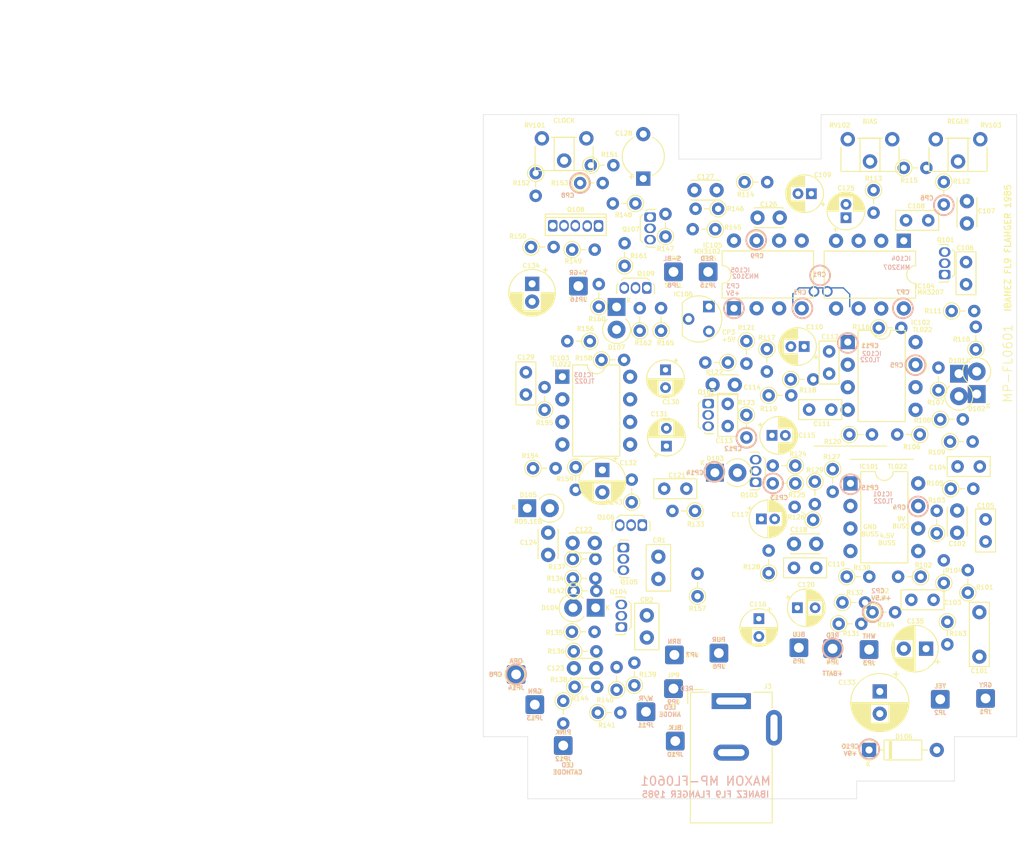
<source format=kicad_pcb>
(kicad_pcb (version 20211014) (generator pcbnew)
  (title_block (title "Ibanez_FL-9_Flanger_Pedal MP-FL0601") (date "2022-11-26") (rev "v02") (company "Cedar Grove Studios") (comment 1 "MP-FL0601"))
  (layers (0 "F.Cu" signal) (31 "B.Cu" signal) (34 "B.Paste" user) (35 "F.Paste" user) (36 "B.SilkS" user "B.Silkscreen") (37 "F.SilkS" user "F.Silkscreen") (38 "B.Mask" user) (39 "F.Mask" user) (44 "Edge.Cuts" user))
  (net 0 "")
  (net 1 "Net-(C101-Pad1)")
  (net 2 "Net-(C101-Pad2)")
  (net 3 "Net-(C102-Pad1)")
  (net 4 "/CP4")
  (net 5 "Net-(C103-Pad1)")
  (net 6 "Net-(C103-Pad2)")
  (net 7 "Net-(C104-Pad1)")
  (net 8 "Net-(C104-Pad2)")
  (net 9 "/4.5v")
  (net 10 "Net-(C105-Pad2)")
  (net 11 "Net-(C106-Pad1)")
  (net 12 "/CP6")
  (net 13 "GND")
  (net 14 "Net-(C107-Pad2)")
  (net 15 "Net-(C108-Pad2)")
  (net 16 "Net-(C109-Pad1)")
  (net 17 "/CP7")
  (net 18 "Net-(C111-Pad2)")
  (net 19 "Net-(C112-Pad1)")
  (net 20 "/CP11")
  (net 21 "Net-(C113-Pad1)")
  (net 22 "/CP12")
  (net 23 "Net-(C114-Pad2)")
  (net 24 "Net-(C115-Pad2)")
  (net 25 "/CP13")
  (net 26 "Net-(C116-Pad2)")
  (net 27 "Net-(C117-Pad2)")
  (net 28 "Net-(C118-Pad1)")
  (net 29 "/CP15")
  (net 30 "Net-(C119-Pad1)")
  (net 31 "Net-(C110-Pad2)")
  (net 32 "Net-(C122-Pad1)")
  (net 33 "Net-(C122-Pad2)")
  (net 34 "Net-(C125-Pad1)")
  (net 35 "Net-(C126-Pad1)")
  (net 36 "/CP9")
  (net 37 "Net-(C127-Pad2)")
  (net 38 "Net-(C129-Pad1)")
  (net 39 "Net-(C129-Pad2)")
  (net 40 "Net-(C130-Pad1)")
  (net 41 "Net-(C131-Pad1)")
  (net 42 "Net-(C132-Pad1)")
  (net 43 "+9V")
  (net 44 "+5V")
  (net 45 "Net-(C128-Pad1)")
  (net 46 "Net-(CR1-Pad2)")
  (net 47 "Net-(D1-Pad1)")
  (net 48 "Net-(D1-Pad2)")
  (net 49 "/CP5")
  (net 50 "Net-(D101-Pad2)")
  (net 51 "Net-(D103-Pad2)")
  (net 52 "Net-(D104-Pad1)")
  (net 53 "Net-(D104-Pad2)")
  (net 54 "Net-(D105-Pad1)")
  (net 55 "Net-(D105-Pad2)")
  (net 56 "Net-(D107-Pad1)")
  (net 57 "Net-(J3-Pad3)")
  (net 58 "Net-(JP1-Pad1)")
  (net 59 "Net-(JP3-Pad1)")
  (net 60 "Net-(JP6-Pad1)")
  (net 61 "Net-(JP7-Pad1)")
  (net 62 "Net-(JP8-Pad1)")
  (net 63 "Net-(JP10-Pad1)")
  (net 64 "Net-(JP11-Pad1)")
  (net 65 "Net-(JP13-Pad1)")
  (net 66 "Net-(JP14-Pad1)")
  (net 67 "Net-(JP15-Pad1)")
  (net 68 "Net-(JP16-Pad1)")
  (net 69 "Net-(CR2-Pad1)")
  (net 70 "Net-(Q107-Pad2)")
  (net 71 "Net-(JP8-Pad2)")
  (net 72 "Net-(C120-Pad2)")
  (net 73 "Net-(R106-Pad1)")
  (net 74 "Net-(R109-Pad2)")
  (net 75 "Net-(R114-Pad2)")
  (net 76 "Net-(R138-Pad1)")
  (net 77 "Net-(R151-Pad1)")
  (net 78 "Net-(R152-Pad1)")
  (net 79 "/CP8")
  (net 80 "Net-(JP7-Pad2)")
  (net 81 "Net-(JP16-Pad2)")
  (net 82 "Net-(IC104-Pad2)")
  (net 83 "/CP1")
  (net 85 "Net-(BT1-Pad1)")
  (net 86 "Net-(J1-PadT)")
  (net 87 "Net-(R115-Pad1)")
  (net 88 "Net-(R120-Pad1)")
  (net 89 "Net-(R101-Pad2)")
  (net 90 "Net-(R130-Pad1)")
  (net 91 "/CP14")
  (net 92 "Net-(R155-Pad1)")
  (net 93 "Net-(Q106-Pad2)")
  (net 94 "Net-(Q108-Pad1)")
  (net 95 "Net-(Q108-Pad4)")
  (net 96 "Net-(C123-Pad2)")
  (net 97 "Net-(Q106-Pad1)")
  (net 98 "Net-(C130-Pad2)")
  (footprint "Connector_Wire:SolderWire-0.5sqmm_1x01_D0.9mm_OD2.1mm" (layer "F.Cu") (at 219.3 100.1)
    (fp_text reference "JP4")
    (fp_text value "RED")
  )
  (footprint "Capacitor_THT:C_Disc_D3.0mm_W2.0mm_P2.50mm" (layer "F.Cu") (at 213.35 51.6 180)
    (fp_text reference "C126")
    (fp_text value "20pf CER")
  )
  (footprint "Resistor_THT:R_Axial_DIN0204_L3.6mm_D1.6mm_P2.54mm_Vertical" (layer "F.Cu") (at 190.18 93.6)
    (fp_text reference "R142")
    (fp_text value "100")
  )
  (footprint "Connector_Wire:SolderWire-0.5sqmm_1x01_D0.9mm_OD2.1mm" (layer "F.Cu") (at 198.3 107.2)
    (fp_text reference "JP11")
    (fp_text value "W/R")
  )
  (footprint "Capacitor_THT:C_Disc_D3.0mm_W2.0mm_P2.50mm" (layer "F.Cu") (at 214.95 88.3)
    (fp_text reference "C118")
    (fp_text value "100pf CER")
  )
  (footprint "Capacitor_THT:C_Disc_D3.0mm_W2.0mm_P2.50mm" (layer "F.Cu") (at 234.4 52.25 90)
    (fp_text reference "C107")
    (fp_text value "120pf CER")
  )
  (footprint "Diode_THT:D_T-1_P2.54mm_Vertical_KathodeUp" (layer "F.Cu") (at 195 61.65233 -90)
    (fp_text reference "D107")
    (fp_text value "1N4148")
  )
  (footprint "Capacitor_THT:CP_Radial_D4.0mm_P1.50mm" (layer "F.Cu") (at 211.277401 85.5)
    (fp_text reference "C117")
    (fp_text value "1uf/50" hide)
  )
  (footprint "Capacitor_THT:C_Disc_D5.0mm_W2.5mm_P2.50mm" (layer "F.Cu") (at 199.7 89.75 -90)
    (fp_text reference "CR1")
    (fp_text value "CR_N01")
  )
  (footprint "Diode_THT:D_T-1_P2.54mm_Vertical_KathodeUp" (layer "F.Cu") (at 184.95233 84.3)
    (fp_text reference "D105")
    (fp_text value "RD5.1EB")
  )
  (footprint "Resistor_THT:R_Axial_DIN0204_L3.6mm_D1.6mm_P2.54mm_Vertical" (layer "F.Cu") (at 209.4 47.6)
    (fp_text reference "R114")
    (fp_text value "5.1K")
  )
  (footprint "Resistor_THT:R_Axial_DIN0204_L3.6mm_D1.6mm_P2.54mm_Vertical" (layer "F.Cu") (at 224.48 64)
    (fp_text reference "R116")
    (fp_text value "56K")
  )
  (footprint "Resistor_THT:R_Axial_DIN0204_L3.6mm_D1.6mm_P2.54mm_Vertical" (layer "F.Cu") (at 197.6 64.32 90)
    (fp_text reference "R162")
    (fp_text value "270K")
  )
  (footprint "Capacitor_THT:CP_Radial_D4.0mm_P1.50mm" (layer "F.Cu") (at 212.477401 76.1)
    (fp_text reference "C115")
    (fp_text value "1uf/50" hide)
  )
  (footprint "Resistor_THT:R_Axial_DIN0204_L3.6mm_D1.6mm_P2.54mm_Vertical" (layer "F.Cu") (at 220.4 94.9)
    (fp_text reference "R132")
    (fp_text value "100K")
  )
  (footprint "Capacitor_THT:C_Rect_L7.0mm_W2.0mm_P5.00mm" (layer "F.Cu") (at 235.8 101 90)
    (fp_text reference "C101")
    (fp_text value "0.047uf FILM")
  )
  (footprint "Diode_THT:D_T-1_P2.54mm_Vertical_KathodeUp" (layer "F.Cu") (at 235.5 71.44767 90)
    (fp_text reference "D102")
    (fp_text value "1N4148")
  )
  (footprint "Connector_Wire:SolderWire-0.5sqmm_1x01_D0.9mm_OD2.1mm" (layer "F.Cu") (at 215.5 100)
    (fp_text reference "JP5")
    (fp_text value "BLU")
  )
  (footprint "Resistor_THT:R_Axial_DIN0204_L3.6mm_D1.6mm_P2.54mm_Vertical" (layer "F.Cu") (at 220.88 92)
    (fp_text reference "R130")
    (fp_text value "10K")
  )
  (footprint "Capacitor_THT:CP_Radial_Tantal_D4.5mm_P5.00mm" (layer "F.Cu") (at 198 47.2 90)
    (fp_text reference "C128")
    (fp_text value "22uf/10v TAN" hide)
  )
  (footprint "Capacitor_THT:C_Disc_D3.0mm_W2.0mm_P2.50mm" (layer "F.Cu") (at 208.3 70.4 180)
    (fp_text reference "C114")
    (fp_text value "560pf CER")
  )
  (footprint "Resistor_THT:R_Axial_DIN0204_L3.6mm_D1.6mm_P2.54mm_Vertical" (layer "F.Cu") (at 212.1 71.6)
    (fp_text reference "R119")
    (fp_text value "18K")
  )
  (footprint "Capacitor_THT:CP_Radial_D4.0mm_P2.00mm" (layer "F.Cu") (at 200.5 68.727401 -90)
    (fp_text reference "C130")
    (fp_text value "47uf/10v")
  )
  (footprint "Resistor_THT:R_Axial_DIN0204_L3.6mm_D1.6mm_P2.54mm_Vertical" (layer "F.Cu") (at 209.6 65.48 -90)
    (fp_text reference "R121")
    (fp_text value "13K")
  )
  (footprint "Resistor_THT:R_Axial_DIN0204_L3.6mm_D1.6mm_P2.54mm_Vertical" (layer "F.Cu") (at 190 55.2)
    (fp_text reference "R149")
    (fp_text value "9.1K")
  )
  (footprint "Resistor_THT:R_Axial_DIN0204_L3.6mm_D1.6mm_P2.54mm_Vertical" (layer "F.Cu") (at 190.9 47.7)
    (fp_text reference "R153")
    (fp_text value "200K")
  )
  (footprint "Resistor_THT:R_Axial_DIN0204_L3.6mm_D1.6mm_P2.54mm_Vertical" (layer "F.Cu") (at 215.1 79.5 180)
    (fp_text reference "R124")
    (fp_text value "100K")
  )
  (footprint "Connector_Wire:SolderWire-0.5sqmm_1x01_D0.9mm_OD2.1mm" (layer "F.Cu") (at 236.5 105.7)
    (fp_text reference "JP1")
    (fp_text value "GRY")
  )
  (footprint "Capacitor_THT:CP_Radial_D4.0mm_P1.50mm" (layer "F.Cu") (at 216.1 66.1 180)
    (fp_text reference "C110")
    (fp_text value "1uf/50" hide)
  )
  (footprint "Package_TO_SOT_THT:TO-92Flat" (layer "F.Cu") (at 198.4 59.5 180)
    (fp_text reference "Q109")
    (fp_text value "2SC2458GR")
  )
  (footprint "Package_TO_SOT_THT:TO-92Flat" (layer "F.Cu") (at 198.765 51.53 -90)
    (fp_text reference "Q107")
    (fp_text value "2SA1048Y/GR" hide)
  )
  (footprint "Connector_Wire:SolderWire-0.5sqmm_1x01_D0.9mm_OD2.1mm" (layer "F.Cu") (at 201.4 104.6)
    (fp_text reference "JP9")
    (fp_text value "RED")
  )
  (footprint "Resistor_THT:R_Axial_DIN0204_L3.6mm_D1.6mm_P2.54mm_Vertical" (layer "F.Cu") (at 196.7 83.62 90)
    (fp_text reference "R143")
    (fp_text value "1M")
  )
  (footprint "Connector_Wire:SolderWire-0.5sqmm_1x01_D0.9mm_OD2.1mm" (layer "F.Cu") (at 185.8 106.4)
    (fp_text reference "JP13")
    (fp_text value "GRN")
  )
  (footprint "Capacitor_THT:C_Rect_L4.6mm_W2.0mm_P2.50mm_MKS02_FKP02" (layer "F.Cu") (at 218.9 69.15 90)
    (fp_text reference "C112")
    (fp_text value "0.001uf FILM")
  )
  (footprint "Resistor_THT:R_Axial_DIN0204_L3.6mm_D1.6mm_P2.54mm_Vertical" (layer "F.Cu") (at 235.4 66.42 90)
    (fp_text reference "R110")
    (fp_text value "12K")
  )
  (footprint "Resistor_THT:R_Axial_DIN0204_L3.6mm_D1.6mm_P2.54mm_Vertical" (layer "F.Cu") (at 190.4 79.68 -90)
    (fp_text reference "R159")
    (fp_text value "10K")
  )
  (footprint "Resistor_THT:R_Axial_DIN0204_L3.6mm_D1.6mm_P2.54mm_Vertical" (layer "F.Cu") (at 219.3 79.9 -90)
    (fp_text reference "R127")
    (fp_text value "91K")
  )
  (footprint "Resistor_THT:R_Axial_DIN0204_L3.6mm_D1.6mm_P2.54mm_Vertical" (layer "F.Cu") (at 234.5 93.8 90)
    (fp_text reference "R101")
    (fp_text value "1K")
  )
  (footprint "Resistor_THT:R_Axial_DIN0204_L3.6mm_D1.6mm_P2.54mm_Vertical" (layer "F.Cu") (at 214.58 69.8)
    (fp_text reference "R118")
    (fp_text value "18K")
  )
  (footprint "Resistor_THT:R_Axial_DIN0204_L3.6mm_D1.6mm_P2.54mm_Vertical" (layer "F.Cu") (at 219.98 97.3)
    (fp_text reference "R131")
    (fp_text value "470")
  )
  (footprint "Capacitor_THT:CP_Radial_D4.0mm_P1.50mm" (layer "F.Cu") (at 216.9 48.9 180)
    (fp_text reference "C109")
    (fp_text value "1uf/50v")
  )
  (footprint "Capacitor_THT:CP_Radial_D5.0mm_P2.50mm" (layer "F.Cu") (at 193.4 79.994888 -90)
    (fp_text reference "C132")
    (fp_text value "47uf/6.3v" hide)
  )
  (footprint "Resistor_THT:R_Axial_DIN0204_L3.6mm_D1.6mm_P2.54mm_Vertical" (layer "F.Cu") (at 232.5 76.8)
    (fp_text reference "R109")
    (fp_text value "47K")
  )
  (footprint "Package_TO_SOT_THT:TO-92Flat" (layer "F.Cu") (at 210.635 81.37 90)
    (fp_text reference "Q103")
    (fp_text value "2SK44SPC" hide)
  )
  (footprint "Capacitor_THT:C_Rect_L4.6mm_W2.0mm_P2.50mm_MKS02_FKP02" (layer "F.Cu") (at 207.5 72.55 -90)
    (fp_text reference "C113")
    (fp_text value "0.003uf FILM")
  )
  (footprint "Resistor_THT:R_Axial_DIN0204_L3.6mm_D1.6mm_P2.54mm_Vertical" (layer "F.Cu") (at 204.1 94.2 90)
    (fp_text reference "R157")
    (fp_text value "1.2K")
  )
  (footprint "Resistor_THT:R_Axial_DIN0204_L3.6mm_D1.6mm_P2.54mm_Vertical" (layer "F.Cu") (at 190.18 100.4)
    (fp_text reference "R136")
    (fp_text value "56K")
  )
  (footprint "Resistor_THT:R_Axial_DIN0204_L3.6mm_D1.6mm_P2.54mm_Vertical" (layer "F.Cu") (at 227.3 46)
    (fp_text reference "R115")
    (fp_text value "5.1K")
  )
  (footprint "Capacitor_THT:C_Disc_D3.0mm_W2.0mm_P2.50mm" (layer "F.Cu") (at 190.2 102.3)
    (fp_text reference "C123")
    (fp_text value "1000pf CER")
  )
  (footprint "Package_DIP:DIP-8_W7.62mm" (layer "F.Cu") (at 221.3 81.5)
    (fp_text reference "IC101")
    (fp_text value "TL022")
  )
  (footprint "Resistor_THT:R_Axial_DIN0204_L3.6mm_D1.6mm_P2.54mm_Vertical" (layer "F.Cu") (at 190.28 104.4)
    (fp_text reference "R138")
    (fp_text value "1M")
  )
  (footprint "Connector_Wire:SolderWire-0.5sqmm_1x01_D0.9mm_OD2.1mm" (layer "F.Cu") (at 205.3 57.7)
    (fp_text reference "JP15")
    (fp_text value "RED")
  )
  (footprint "Capacitor_THT:C_Disc_D3.0mm_W2.0mm_P2.50mm" (layer "F.Cu") (at 206.25 48.5 180)
    (fp_text reference "C127")
    (fp_text value "5pf CER")
  )
  (footprint "Resistor_THT:R_Axial_DIN0204_L3.6mm_D1.6mm_P2.54mm_Vertical" (layer "F.Cu") (at 232.68 62.1)
    (fp_text reference "R111")
    (fp_text value "12K")
  )
  (footprint "Connector_Wire:SolderWire-0.5sqmm_1x01_D0.9mm_OD2.1mm" (layer "F.Cu") (at 201.5 100.8)
    (fp_text reference "JP7")
    (fp_text value "BRN")
  )
  (footprint "Package_TO_SOT_THT:TO-92Flat_5-PIN" (layer "F.Cu") (at 190.407 52.5905)
    (fp_text reference "Q108")
    (fp_text value "2SC1583F")
  )
  (footprint "Capacitor_THT:C_Rect_L4.6mm_W2.0mm_P2.50mm_MKS02_FKP02" (layer "F.Cu") (at 228.15 94.6)
    (fp_text reference "C103")
    (fp_text value "0.022uf FILM")
  )
  (footprint "Capacitor_THT:C_Rect_L4.6mm_W2.0mm_P2.50mm_MKS02_FKP02" (layer "F.Cu") (at 234.3 59.1 90)
    (fp_text reference "C106")
    (fp_text value "0.01uf FILM")
  )
  (footprint "Resistor_THT:R_Axial_DIN0204_L3.6mm_D1.6mm_P2.54mm_Vertical" (layer "F.Cu") (at 231.4 74.3)
    (fp_text reference "R108")
    (fp_text value "10K")
  )
  (footprint "Capacitor_THT:C_Disc_D3.0mm_W2.0mm_P2.50mm" (layer "F.Cu") (at 187.3 87.05 -90)
    (fp_text reference "C124")
    (fp_text value "1000pf CER")
  )
  (footprint "Connector_Wire:SolderWire-0.5sqmm_1x01_D0.9mm_OD2.1mm" (layer "F.Cu") (at 231.4 105.8)
    (fp_text reference "JP2")
    (fp_text value "YEL")
  )
  (footprint "Resistor_THT:R_Axial_DIN0204_L3.6mm_D1.6mm_P2.54mm_Vertical" (layer "F.Cu") (at 192.88 107.3)
    (fp_text reference "R141")
    (fp_text value "22")
  )
  (footprint "Package_TO_SOT_THT:TO-92Flat" (layer "F.Cu") (at 195.765 88.73 -90)
    (fp_text reference "Q105")
    (fp_text value "2SC2458GR")
  )
  (footprint "Resistor_THT:R_Axial_DIN0204_L3.6mm_D1.6mm_P2.54mm_Vertical" (layer "F.Cu") (at 197 104.22 90)
    (fp_text reference "R139")
    (fp_text value "62K")
  )
  (footprint "Resistor_THT:R_Axial_DIN0204_L3.6mm_D1.6mm_P2.54mm_Vertical" (layer "F.Cu") (at 206.1 52.9 180)
    (fp_text reference "R145")
    (fp_text value "330")
  )
  (footprint "Resistor_THT:R_Axial_DIN0204_L3.6mm_D1.6mm_P2.54mm_Vertical" (layer "F.Cu") (at 231.2 71.02 90)
    (fp_text reference "R107")
    (fp_text value "100K")
  )
  (footprint "Package_DIP:DIP-8_W7.62mm" (layer "F.Cu") (at 188.9 69.5)
    (fp_text reference "IC103")
    (fp_text value "TL022")
  )
  (footprint "Capacitor_THT:C_Disc_D3.0mm_W2.0mm_P2.50mm" (layer "F.Cu") (at 233.3 87.05 90)
    (fp_text reference "C102")
    (fp_text value "100pf CER")
  )
  (footprint "Package_DIP:DIP-8_W7.62mm" (layer "F.Cu") (at 208.2 61.8 90)
    (fp_text reference "IC105")
    (fp_text value "MN3102")
  )
  (footprint "Resistor_THT:R_Axial_DIN0204_L3.6mm_D1.6mm_P2.54mm_Vertical" (layer "F.Cu") (at 185.9 46.6 -90)
    (fp_text reference "R152")
    (fp_text value "220K")
  )
  (footprint "Package_DIP:DIP-8_W7.62mm" (layer "F.Cu") (at 227.3 54.2 -90)
    (fp_text reference "IC104")
    (fp_text value "MN3207")
  )
  (footprint "Resistor_THT:R_Axial_DIN0204_L3.6mm_D1.6mm_P2.54mm_Vertical" (layer "F.Cu") (at 231.8 92.7 90)
    (fp_text reference "R104")
    (fp_text value "18K")
  )
  (footprint "Connector_BarrelJack:BarrelJack_Wuerth_6941xx301002" (layer "F.Cu") (at 207.9 106)
    (fp_text reference "J3")
    (fp_text value "EXT_DC")
  )
  (footprint "Capacitor_THT:C_Rect_L4.6mm_W2.0mm_P2.50mm_MKS02_FKP02" (layer "F.Cu") (at 216.65 73.2)
    (fp_text reference "C111")
    (fp_text value "0.0015uf FILM")
  )
  (footprint "Potentiometer_THT:Potentiometer_ACP_CA6-H2,5_Horizontal" (layer "F.Cu") (at 235.9 42.775 -90)
    (fp_text reference "RV103")
    (fp_text value "100K")
  )
  (footprint "Connector_Wire:SolderWire-0.5sqmm_1x01_D0.9mm_OD2.1mm" (layer "F.Cu") (at 189 111)
    (fp_text reference "JP12")
    (fp_text value "PINK")
  )
  (footprint "Connector_Wire:SolderWire-0.5sqmm_1x01_D0.9mm_OD2.1mm" (layer "F.Cu") (at 190.7 59.3)
    (fp_text reference "JP16")
    (fp_text value "Y-GR")
  )
  (footprint "Capacitor_THT:C_Rect_L4.6mm_W2.0mm_P2.50mm_MKS02_FKP02" (layer "F.Cu") (at 200.35 82.1)
    (fp_text reference "C121")
    (fp_text value "0.047uf FILM")
  )
  (footprint "Capacitor_THT:C_Rect_L4.6mm_W2.0mm_P2.50mm_MKS02_FKP02" (layer "F.Cu") (at 236.5 88.05 90)
    (fp_text reference "C105")
    (fp_text value "0.004uf FILM")
  )
  (footprint "Resistor_THT:R_Axial_DIN0204_L3.6mm_D1.6mm_P2.54mm_Vertical" (layer "F.Cu") (at 190.08 92.2)
    (fp_text reference "R134")
    (fp_text value "10K")
  )
  (footprint "Connector_Wire:SolderWire-0.5sqmm_1x01_D0.9mm_OD2.1mm" (layer "F.Cu") (at 223.4 100.2)
    (fp_text reference "JP3")
    (fp_text value "WHT")
  )
  (footprint "Resistor_THT:R_Axial_DIN0204_L3.6mm_D1.6mm_P2.54mm_Vertical" (layer "F.Cu") (at 232.2 97.08 -90)
    (fp_text reference "R163")
    (fp_text value "10K")
  )
  (footprint "Resistor_THT:R_Axial_DIN0204_L3.6mm_D1.6mm_P2.54mm_Vertical" (layer "F.Cu") (at 231 87.12 90)
    (fp_text reference "R103")
    (fp_text value "91K")
  )
  (footprint "Package_TO_SOT_THT:TO-92Flat" (layer "F.Cu") (at 197.9 86.2 180)
    (fp_text reference "Q106")
    (fp_text value "2SC2458GR")
  )
  (footprint "Resistor_THT:R_Axial_DIN0204_L3.6mm_D1.6mm_P2.54mm_Vertical" (layer "F.Cu") (at 231.8 47.58 -90)
    (fp_text reference "R112")
    (fp_text value "10K")
  )
  (footprint "Package_TO_SOT_THT:TO-92Flat" (layer "F.Cu") (at 231.9 58 90)
    (fp_text reference "Q101")
    (fp_text value "2SC2458GR")
  )
  (footprint "Potentiometer_THT:Potentiometer_ACP_CA6-H2,5_Horizontal" (layer "F.Cu") (at 226 42.775 -90)
    (fp_text reference "RV102")
    (fp_text value "10K")
  )
  (footprint "Capacitor_THT:C_Rect_L4.6mm_W2.0mm_P2.50mm_MKS02_FKP02" (layer "F.Cu") (at 184.8 71.5 90)
    (fp_text reference "C129")
    (fp_text value "0.01uf FILM")
  )
  (footprint "Capacitor_THT:CP_Radial_D4.0mm_P2.00mm" (layer "F.Cu") (at 211 96.727401 -90)
    (fp_text reference "C116")
    (fp_text value "0.22uf/50v")
  )
  (footprint "Capacitor_THT:C_Rect_L4.6mm_W2.0mm_P2.50mm_MKS02_FKP02" (layer "F.Cu") (at 214.95 91)
    (fp_text reference "C119")
    (fp_text value "0.004 FILM")
  )
  (footprint "Potentiometer_THT:Potentiometer_ACP_CA6-H2,5_Horizontal" (layer "F.Cu") (at 191.6 42.675 -90)
    (fp_text reference "RV101")
    (fp_text value "20K")
  )
  (footprint "Resistor_THT:R_Axial_DIN0204_L3.6mm_D1.6mm_P2.54mm_Vertical" (layer "F.Cu") (at 215.1 81.5 180)
    (fp_text reference "R125")
    (fp_text value "100K")
  )
  (footprint "Resistor_THT:R_Axial_DIN0204_L3.6mm_D1.6mm_P2.54mm_Vertical" (layer "F.Cu") (at 195 104.72 90)
    (fp_text reference "R140")
    (fp_text value "22K")
  )
  (footprint "Package_DIP:DIP-8_W7.62mm" (layer "F.Cu") (at 221 65.6)
    (fp_text reference "IC102")
    (fp_text value "TL022")
  )
  (footprint "Resistor_THT:R_Axial_DIN0204_L3.6mm_D1.6mm_P2.54mm_Vertical" (layer "F.Cu") (at 221.18 76)
    (fp_text reference "R120")
    (fp_text value "10K")
  )
  (footprint "Diode_THT:D_T-1_P2.54mm_Vertical_KathodeUp" (layer "F.Cu") (at 192.64767 95.5 180)
    (fp_text reference "D104")
    (fp_text value "1N4148")
  )
  (footprint "Capacitor_THT:CP_Radial_D4.0mm_P2.00mm" (layer "F.Cu") (at 215.327401 95.5)
    (fp_text reference "C120")
    (fp_text value "10uf/16v")
  )
  (footprint "Resistor_THT:R_Axial_DIN0204_L3.6mm_D1.6mm_P2.54mm_Vertical" (layer "F.Cu") (at 207.52 67.9 180)
    (fp_text reference "R122")
    (fp_text value "13K")
  )
  (footprint "Connector_Wire:SolderWire-0.5sqmm_1x01_D0.9mm_OD2.1mm" (layer "F.Cu") (at 206.5 100.6)
    (fp_text reference "JP6")
    (fp_text value "PUR")
  )
  (footprint "Resistor_THT:R_Axial_DIN0204_L3.6mm_D1.6mm_P2.54mm_Vertical" (layer "F.Cu") (at 203.82 84.6 180)
    (fp_text reference "R133")
    (fp_text value "1M")
  )
  (footprint "Package_TO_SOT_THT:TO-92Flat" (layer "F.Cu") (at 205.3 72.53 -90)
    (fp_text reference "Q102")
    (fp_text value "2SC2458GR")
  )
  (footprint "Resistor_THT:R_Axial_DIN0204_L3.6mm_D1.6mm_P2.54mm_Vertical" (layer "F.Cu") (at 232.58 82.1)
    (fp_text reference "R105")
    (fp_text value "180K")
  )
  (footprint "Resistor_THT:R_Axial_DIN0204_L3.6mm_D1.6mm_P2.54mm_Vertical" (layer "F.Cu") (at 229.1 76 180)
    (fp_text reference "R106")
    (fp_text value "510K")
  )
  (footprint "Package_TO_SOT_THT:TO-92" (layer "F.Cu") (at 204.24 61.73 -90)
    (fp_text reference "IC106")
    (fp_text value "LM78L05_TO92")
  )
  (footprint "Resistor_THT:R_Axial_DIN0204_L3.6mm_D1.6mm_P2.54mm_Vertical" (layer "F.Cu") (at 195.9 57.02 90)
    (fp_text reference "R161")
    (fp_text value "100K")
  )
  (footprint "Diode_THT:D_DO-35_SOD27_P7.62mm_Horizontal" (layer "F.Cu") (at 223.39 111.5)
    (fp_text reference "D106")
    (fp_text value "W05C")
  )
  (footprint "Capacitor_THT:CP_Radial_D6.3mm_P2.50mm" (layer "F.Cu") (at 224.6 104.917621 -90)
    (fp_text reference "C133")
    (fp_text value "100uf/16v" hide)
  )
  (footprint "Connector_Wire:SolderWire-0.5sqmm_1x01_D0.9mm_OD2.1mm" (layer "F.Cu") (at 201.4 57.7)
    (fp_text reference "JP8")
    (fp_text value "S-BL")
  )
  (footprint "Capacitor_THT:C_Disc_D5.0mm_W2.5mm_P2.50mm" (layer "F.Cu") (at 198.4 96.35 -90)
    (fp_text reference "CR2")
    (fp_text value "CR_N01")
  )
  (footprint "Resistor_THT:R_Axial_DIN0204_L3.6mm_D1.6mm_P2.54mm_Vertical" (layer "F.Cu") (at 217.1 85.6 145)
    (fp_text reference "R126")
    (fp_text value "51K")
  )
  (footprint "Diode_THT:D_T-1_P2.54mm_Vertical_KathodeUp" (layer "F.Cu") (at 233.5 69.15233 -90)
    (fp_text reference "D101")
    (fp_text value "1N4148")
  )
  (footprint "Capacitor_THT:C_Rect_L4.6mm_W2.0mm_P2.50mm_MKS02_FKP02" (layer "F.Cu") (at 230.05 51.9 180)
    (fp_text reference "C108")
    (fp_text value "0.033uf FILM")
  )
  (footprint "CedarGrove_custom:FL-9_PCB_TOP_orig_legend_2" (layer "F.Cu") (at 210.2 78.2)
    (fp_text reference "G***")
    (fp_text value "FL-9_PCB_TOP_orig_legend_2")
  )
  (footprint "Resistor_THT:R_Axial_DIN0204_L3.6mm_D1.6mm_P2.54mm_Vertical" (layer "F.Cu") (at 229.2 92 180)
    (fp_text reference "R102")
    (fp_text value "510K")
  )
  (footprint "Resistor_THT:R_Axial_DIN0204_L3.6mm_D1.6mm_P2.54mm_Vertical" (layer "F.Cu") (at 223.9 48.5 -90)
    (fp_text reference "R113")
    (fp_text value "100K")
  )
  (footprint "Diode_THT:D_T-1_P2.54mm_Vertical_KathodeUp" (layer "F.Cu") (at 206.05233 80.3)
    (fp_text reference "D103")
    (fp_text value "1N4148")
  )
  (footprint "Capacitor_THT:C_Rect_L4.6mm_W2.0mm_P2.50mm_MKS02_FKP02" (layer "F.Cu") (at 235.85 79.6 180)
    (fp_text reference "C104")
    (fp_text value "0.047uf FILM")
  )
  (footprint "Resistor_THT:R_Axial_DIN0204_L3.6mm_D1.6mm_P2.54mm_Vertical" (layer "F.Cu") (at 206.42 50.6 180)
    (fp_text reference "R146")
    (fp_text value "33K")
  )
  (footprint "Connector_Wire:SolderWire-0.5sqmm_1x01_D0.9mm_OD2.1mm" (layer "F.Cu") (at 183.7 103)
    (fp_text reference "JP14")
    (fp_text value "ORA")
  )
  (footprint "Resistor_THT:R_Axial_DIN0204_L3.6mm_D1.6mm_P2.54mm_Vertical" (layer "F.Cu") (at 200 64.32 90)
    (fp_text reference "R165")
    (fp_text value "4.7K")
  )
  (footprint "Resistor_THT:R_Axial_DIN0204_L3.6mm_D1.6mm_P2.54mm_Vertical" (layer "F.Cu") (at 212.1 91.6 90)
    (fp_text reference "R128")
    (fp_text value "18K")
  )
  (footprint "Capacitor_THT:CP_Radial_D4.0mm_P2.00mm" (layer "F.Cu") (at 200.6 77.3 90)
    (fp_text reference "C131")
    (fp_text value "47uf/10v")
  )
  (footprint "Resistor_THT:R_Axial_DIN0204_L3.6mm_D1.6mm_P2.54mm_Vertical" (layer "F.Cu") (at 190.08 90)
    (fp_text reference "R137")
    (fp_text value "56K")
  )
  (footprint "Resistor_THT:R_Axial_DIN0204_L3.6mm_D1.6mm_P2.54mm_Vertical" (layer "F.Cu") (at 193.3 67.6)
    (fp_text reference "R158")
    (fp_text value "10K")
  )
  (footprint "Resistor_THT:R_Axial_DIN0204_L3.6mm_D1.6mm_P2.54mm_Vertical" (layer "F.Cu") (at 192 65.5 180)
    (fp_text reference "R156")
    (fp_text value "51K")
  )
  (footprint "Capacitor_THT:CP_Radial_D4.0mm_P1.50mm" (layer "F.Cu") (at 220.8 51.6 90)
    (fp_text reference "C125")
    (fp_text value "1uf/50v")
  )
  (footprint "Capacitor_THT:CP_Radial_D5.0mm_P2.00mm" (layer "F.Cu") (at 185.5 59.044888 -90)
    (fp_text reference "C134")
    (fp_text value "100uf/10v" hide)
  )
  (footprint "Resistor_THT:R_Axial_DIN0204_L3.6mm_D1.6mm_P2.54mm_Vertical" (layer "F.Cu") (at 189.98 98.2)
    (fp_text reference "R135")
    (fp_text value "10K")
  )
  (footprint "Resistor_THT:R_Axial_DIN0204_L3.6mm_D1.6mm_P2.54mm_Vertical" (layer "F.Cu") (at 185.38 54.9)
    (fp_text reference "R150")
    (fp_text value "2.2M")
  )
  (footprint "Resistor_THT:R_Axial_DIN0204_L3.6mm_D1.6mm_P2.54mm_Vertical" (layer "F.Cu") (at 185.6 79.8)
    (fp_text reference "R154")
    (fp_text value "100K")
  )
  (footprint "Package_TO_SOT_THT:TO-92Flat" (layer "F.Cu") (at 195.535 97.67 90)
    (fp_text reference "Q104")
    (fp_text value "2SC2458GR")
  )
  (footprint "MountingHole:MountingHole_3.2mm_M3" (layer "F.Cu") (at 196 113 180)
    (fp_text reference "REF**" hide)
    (fp_text value "MountingHole_3.2mm_M3")
  )
  (footprint "Resistor_THT:R_Axial_DIN0204_L3.6mm_D1.6mm_P2.54mm_Vertical" (layer "F.Cu") (at 197.12 50 180)
    (fp_text reference "R148")
    (fp_text value "10K")
  )
  (footprint "Resistor_THT:R_Axial_DIN0204_L3.6mm_D1.6mm_P2.54mm_Vertical" (layer "F.Cu") (at 211.9 66.38 -90)
    (fp_text reference "R117")
    (fp_text value "18K")
  )
  (footprint "Resistor_THT:R_Axial_DIN0204_L3.6mm_D1.6mm_P2.54mm_Vertical" (layer "F.Cu") (at 200.5 53.72 90)
    (fp_text reference "R147")
    (fp_text value "27K")
  )
  (footprint "Resistor_THT:R_Axial_DIN0204_L3.6mm_D1.6mm_P2.54mm_Vertical" (layer "F.Cu") (at 189 105.98 -90)
    (fp_text reference "R144")
    (fp_text value "2.2K")
  )
  (footprint "Resistor_THT:R_Axial_DIN0204_L3.6mm_D1.6mm_P2.54mm_Vertical" (layer "F.Cu") (at 223.78 96)
    (fp_text reference "R164")
    (fp_text value "10K")
  )
  (footprint "Capacitor_THT:CP_Radial_D5.0mm_P2.50mm" (layer "F.Cu") (at 229.805113 100.1 180)
    (fp_text reference "C135")
    (fp_text value "47uf/6.3v" hide)
  )
  (footprint "Resistor_THT:R_Axial_DIN0204_L3.6mm_D1.6mm_P2.54mm_Vertical" (layer "F.Cu") (at 193 61.62 90)
    (fp_text reference "R160")
    (fp_text value "110K")
  )
  (footprint "Connector_Wire:SolderWire-0.5sqmm_1x01_D0.9mm_OD2.1mm" (layer "F.Cu") (at 201.6 110.5)
    (fp_text reference "JP10")
    (fp_text value "BLK")
  )
  (footprint "Capacitor_THT:C_Disc_D3.0mm_W2.0mm_P2.50mm" (layer "F.Cu") (at 190.05 88.2)
    (fp_text reference "C122")
    (fp_text value "1000pf CER")
  )
  (footprint "Resistor_THT:R_Axial_DIN0204_L3.6mm_D1.6mm_P2.54mm_Vertical" (layer "F.Cu") (at 192.1 45.7)
    (fp_text reference "R151")
    (fp_text value "150K")
  )
  (footprint "Resistor_THT:R_Axial_DIN0204_L3.6mm_D1.6mm_P2.54mm_Vertical" (layer "F.Cu") (at 186.9 73.22 90)
    (fp_text reference "R155")
    (fp_text value "62K")
  )
  (footprint "Resistor_THT:R_Axial_DIN0204_L3.6mm_D1.6mm_P2.54mm_Vertical" (layer "F.Cu") (at 217.3 81.3 -90)
    (fp_text reference "R129")
    (fp_text value "91K")
  )
  (footprint "Resistor_THT:R_Axial_DIN0204_L3.6mm_D1.6mm_P2.54mm_Vertical" (layer "F.Cu") (at 209.6 73.8 -90)
    (fp_text reference "R123")
    (fp_text value "10K")
  )
  (footprint "CedarGrove_custom:FL-9_PCB_BOT_traces_neg" (layer "B.Cu") (at 210 78.5 180)
    (fp_text reference "G***")
    (fp_text value "FL-9_PCB_BOT_traces_neg" hide)
  )
  (gr_circle (center 221 65.7) (end 222.118034 65.7) (layer "B.SilkS") (width 0.2) (fill none))
  (gr_circle (center 212.6 81.5) (end 213.718034 81.5) (layer "B.SilkS") (width 0.2) (fill none))
  (gr_circle (center 208.2 61.8) (end 207.081967 61.8) (layer "B.SilkS") (width 0.2) (fill none))
  (gr_circle (center 219.3 100.081967) (end 218.181967 100.081967) (layer "B.SilkS") (width 0.2) (fill none))
  (gr_circle (center 210.7 54.1) (end 211.818034 54.1) (layer "B.SilkS") (width 0.2) (fill none))
  (gr_circle (center 223.418033 111.4) (end 222.3 111.4) (layer "B.SilkS") (width 0.2) (fill none))
  (gr_circle (center 205.981966 80.2) (end 207.1 80.2) (layer "B.SilkS") (width 0.2) (fill none))
  (gr_circle (center 223.8 95.981967) (end 222.681967 95.981967) (layer "B.SilkS") (width 0.2) (fill none))
  (gr_circle (center 228.6 68.2) (end 229.718034 68.2) (layer "B.SilkS") (width 0.2) (fill none))
  (gr_circle (center 209.6 76.381966) (end 210.718034 76.381966) (layer "B.SilkS") (width 0.2) (fill none))
  (gr_circle (center 231.8 50.2) (end 230.681967 50.2) (layer "B.SilkS") (width 0.2) (fill none))
  (gr_circle (center 190.881966 47.7) (end 192 47.7) (layer "B.SilkS") (width 0.2) (fill none))
  (gr_circle (center 183.7 102.981966) (end 184.818034 102.981966) (layer "B.SilkS") (width 0.2) (fill none))
  (gr_circle (center 228.9 84.1) (end 230.018034 84.1) (layer "B.SilkS") (width 0.2) (fill none))
  (gr_circle (center 215.9 61.8) (end 217.018034 61.8) (layer "B.SilkS") (width 0.2) (fill none))
  (gr_circle (center 221.3 81.6) (end 222.418034 81.6) (layer "B.SilkS") (width 0.2) (fill none))
  (gr_circle (center 217.881967 58.1) (end 216.763934 58.1) (layer "B.SilkS") (width 0.2) (fill none))
  (gr_circle (center 227.2 61.8) (end 228.318034 61.8) (layer "B.SilkS") (width 0.2) (fill none))
  (gr_circle (center 210.7 54.2) (end 211.818033 54.2) (layer "F.SilkS") (width 0.2) (fill none))
  (gr_circle (center 219.3 100.081967) (end 220.418033 100.081967) (layer "F.SilkS") (width 0.2) (fill none))
  (gr_circle (center 221.3 81.6) (end 222.418033 81.6) (layer "F.SilkS") (width 0.2) (fill none))
  (gr_circle (center 228.9 84.1) (end 230.018033 84.1) (layer "F.SilkS") (width 0.2) (fill none))
  (gr_circle (center 223.78 96) (end 224.898033 96) (layer "F.SilkS") (width 0.2) (fill none))
  (gr_circle (center 208.2 61.8) (end 209.318033 61.8) (layer "F.SilkS") (width 0.2) (fill none))
  (gr_circle (center 228.7 68.2) (end 229.818033 68.2) (layer "F.SilkS") (width 0.2) (fill none))
  (gr_circle (center 206 80.2) (end 204.881966 80.2) (layer "F.SilkS") (width 0.2) (fill none))
  (gr_circle (center 221 65.7) (end 222.118033 65.7) (layer "F.SilkS") (width 0.2) (fill none))
  (gr_circle (center 215.9 61.8) (end 217.018033 61.8) (layer "F.SilkS") (width 0.2) (fill none))
  (gr_circle (center 183.6 103) (end 184.718033 103) (layer "F.SilkS") (width 0.2) (fill none))
  (gr_circle (center 212.581966 81.5) (end 211.463932 81.5) (layer "F.SilkS") (width 0.2) (fill none))
  (gr_circle (center 227.2 61.781967) (end 228.318033 61.781967) (layer "F.SilkS") (width 0.2) (fill none))
  (gr_line (start 225.4 77.3) (end 217.2 77.3) (layer "F.SilkS") (width 0.12))
  (gr_circle (center 223.4 111.481967) (end 224.518033 111.481967) (layer "F.SilkS") (width 0.2) (fill none))
  (gr_circle (center 217.9 58.1) (end 219.018033 58.1) (layer "F.SilkS") (width 0.2) (fill none))
  (gr_circle (center 231.8 50.2) (end 232.918033 50.2) (layer "F.SilkS") (width 0.2) (fill none))
  (gr_circle (center 190.9 47.7) (end 189.781966 47.7) (layer "F.SilkS") (width 0.2) (fill none))
  (gr_line (start 228.4 78.8) (end 221.3 78.8) (layer "F.SilkS") (width 0.12))
  (gr_circle (center 209.6 76.318034) (end 208.481966 76.318034) (layer "F.SilkS") (width 0.2) (fill none))
  (gr_line locked (start 233 115) (end 222 115) (layer "Edge.Cuts") (width 0.05))
  (gr_line locked (start 202 45) (end 218 45) (layer "Edge.Cuts") (width 0.05))
  (gr_line locked (start 180 40) (end 202 40) (layer "Edge.Cuts") (width 0.05))
  (gr_line locked (start 240 110) (end 233 110) (layer "Edge.Cuts") (width 0.05))
  (gr_line locked (start 218 45) (end 218 40) (layer "Edge.Cuts") (width 0.05))
  (gr_line locked (start 218 40) (end 240 40) (layer "Edge.Cuts") (width 0.05))
  (gr_line locked (start 202 40) (end 202 45) (layer "Edge.Cuts") (width 0.05))
  (gr_line locked (start 180 110) (end 180 40) (layer "Edge.Cuts") (width 0.05))
  (gr_line locked (start 233 110) (end 233 115) (layer "Edge.Cuts") (width 0.05))
  (gr_line locked (start 240 40) (end 240 110) (layer "Edge.Cuts") (width 0.05))
  (gr_line locked (start 185 110) (end 180 110) (layer "Edge.Cuts") (width 0.05))
  (gr_line locked (start 185 117) (end 185 110) (layer "Edge.Cuts") (width 0.05))
  (gr_line locked (start 222 115) (end 222 117) (layer "Edge.Cuts") (width 0.05))
  (gr_line locked (start 222 117) (end 185 117) (layer "Edge.Cuts") (width 0.05))
  (gr_text "CP15" (at 223.5 82) (layer "B.SilkS") (effects (font (size 0.5 0.5) (thickness 0.1)) (justify mirror)))
  (gr_text "MAXON MP-FL0601" (at 205 115) (layer "B.SilkS") (effects (font (size 1 1)) (justify mirror)))
  (gr_text "CP11" (at 223.5 66) (layer "B.SilkS") (effects (font (size 0.5 0.5) (thickness 0.1)) (justify mirror)))
  (gr_text "+BATT" (at 219.3 102.9) (layer "B.SilkS") (effects (font (size 0.5 0.5) (thickness 0.1)) (justify mirror)))
  (gr_text "CP2\n+4.5V" (at 223.6 94) (layer "B.SilkS") (effects (font (size 0.5 0.5) (thickness 0.1)) (justify right mirror)))
  (gr_text "IBANEZ FL9 FLANGER 1985" (at 205 116.5) (layer "B.SilkS") (effects (font (size 0.7 0.7) (thickness 0.14)) (justify mirror)))
  (gr_text "CP14" (at 203.8 80.3) (layer "B.SilkS") (effects (font (size 0.5 0.5) (thickness 0.1)) (justify mirror)))
  (gr_text "CP8" (at 181.4 103) (layer "B.SilkS") (effects (font (size 0.5 0.5) (thickness 0.1)) (justify mirror)))
  (gr_text "CP5" (at 226.5 68.2) (layer "B.SilkS") (effects (font (size 0.5 0.5) (thickness 0.1)) (justify mirror)))
  (gr_text "CP13" (at 213.3 83.1) (layer "B.SilkS") (effects (font (size 0.5 0.5) (thickness 0.1)) (justify mirror)))
  (gr_text "CP9" (at 210.8 55.9) (layer "B.SilkS") (effects (font (size 0.5 0.5) (thickness 0.1)) (justify mirror)))
  (gr_text "CP12" (at 208.1 77.6) (layer "B.SilkS") (effects (font (size 0.5 0.5) (thickness 0.1)) (justify mirror)))
  (gr_text "LED\nANODE" (at 201 107.1) (layer "B.SilkS") (effects (font (size 0.5 0.5) (thickness 0.1)) (justify mirror)))
  (gr_text "CP3\n+5V" (at 208.1 59.7) (layer "B.SilkS") (effects (font (size 0.5 0.5) (thickness 0.1)) (justify mirror)))
  (gr_text "CP7" (at 227.2 60) (layer "B.SilkS") (effects (font (size 0.5 0.5) (thickness 0.1)) (justify mirror)))
  (gr_text "CP1" (at 215.6 60) (layer "B.SilkS") (effects (font (size 0.5 0.5) (thickness 0.1)) (justify mirror)))
  (gr_text "LED\nCATHODE" (at 189.5 113.6) (layer "B.SilkS") (effects (font (size 0.5 0.5) (thickness 0.1)) (justify mirror)))
  (gr_text "CP8" (at 189.5 49.1) (layer "B.SilkS") (effects (font (size 0.5 0.5) (thickness 0.1)) (justify mirror)))
  (gr_text "CP6" (at 229.9 49.4) (layer "B.SilkS") (effects (font (size 0.5 0.5) (thickness 0.1)) (justify mirror)))
  (gr_text "CP1" (at 217.8 58) (layer "B.SilkS") (effects (font (size 0.5 0.5) (thickness 0.1)) (justify mirror)))
  (gr_text "CP10\n+9V" (at 221.3 111.5) (layer "B.SilkS") (effects (font (size 0.5 0.5) (thickness 0.1)) (justify mirror)))
  (gr_text "CP4" (at 226.8 84.2) (layer "B.SilkS") (effects (font (size 0.5 0.5) (thickness 0.1)) (justify mirror)))
  (gr_text "CP8" (at 189.5 49.1) (layer "F.SilkS") (effects (font (size 0.5 0.5) (thickness 0.1))))
  (gr_text "4.5V\nBUSS" (at 225.4 87.8) (layer "F.SilkS") (effects (font (size 0.5 0.5) (thickness 0.1))))
  (gr_text "CP11" (at 223.5 66) (layer "F.SilkS") (effects (font (size 0.5 0.5) (thickness 0.1))))
  (gr_text "LED\nCATHODE" (at 189.5 113.6) (layer "F.SilkS") (effects (font (size 0.5 0.5) (thickness 0.1))))
  (gr_text "CP10\n+9V" (at 221.2 111.5) (layer "F.SilkS") (effects (font (size 0.5 0.5) (thickness 0.1))))
  (gr_text "MP-FL0601" (at 239 68 90) (layer "F.SilkS") (effects (font (size 1 1) (thickness 0.1))))
  (gr_text "CP8" (at 181.3 103) (layer "F.SilkS") (effects (font (size 0.5 0.5) (thickness 0.1))))
  (gr_text "CP15" (at 223.5 82) (layer "F.SilkS") (effects (font (size 0.5 0.5) (thickness 0.1))))
  (gr_text "CP1" (at 217.8 57.99) (layer "F.SilkS") (effects (font (size 0.5 0.5) (thickness 0.1))))
  (gr_text "LED\nANODE" (at 201 107.1) (layer "F.SilkS") (effects (font (size 0.5 0.5) (thickness 0.1))))
  (gr_text "CP9" (at 210.8 55.9) (layer "F.SilkS") (effects (font (size 0.5 0.5) (thickness 0.1))))
  (gr_text "CP6" (at 229.9 49.3) (layer "F.SilkS") (effects (font (size 0.5 0.5) (thickness 0.1))))
  (gr_text "CP12" (at 208.1 77.6) (layer "F.SilkS") (effects (font (size 0.5 0.5) (thickness 0.1))))
  (gr_text "CP7" (at 227.3 60) (layer "F.SilkS") (effects (font (size 0.5 0.5) (thickness 0.1))))
  (gr_text "CP14" (at 203.8 80.3) (layer "F.SilkS") (effects (font (size 0.5 0.5) (thickness 0.1))))
  (gr_text "CP13" (at 213.2 83.1) (layer "F.SilkS") (effects (font (size 0.5 0.5) (thickness 0.1))))
  (gr_text "9V\nBUSS" (at 227 85.9) (layer "F.SilkS") (effects (font (size 0.5 0.5) (thickness 0.1))))
  (gr_text "+BATT" (at 219.2 102.9) (layer "F.SilkS") (effects (font (size 0.5 0.5) (thickness 0.1))))
  (gr_text "GND\nBUSS" (at 223.5 86.8) (layer "F.SilkS") (effects (font (size 0.5 0.5) (thickness 0.1))))
  (gr_text "CP3\n+5V" (at 207.6 64.9) (layer "F.SilkS") (effects (font (size 0.5 0.5) (thickness 0.1))))
  (gr_text "CP1" (at 215.6 60) (layer "F.SilkS") (effects (font (size 0.5 0.5) (thickness 0.1))))
  (gr_text "CP4" (at 226.8 84.2) (layer "F.SilkS") (effects (font (size 0.5 0.5) (thickness 0.1))))
  (gr_text "CP5" (at 226.5 68.2) (layer "F.SilkS") (effects (font (size 0.5 0.5) (thickness 0.1))))
  (gr_text "CP2\n+4.5V" (at 225.7 94) (layer "F.SilkS") (effects (font (size 0.5 0.5) (thickness 0.1)) (justify right)))
  (gr_text "IBANEZ FL9 FLANGER 1985" (at 239 55 90) (layer "F.SilkS") (effects (font (size 0.7 0.7) (thickness 0.14))))
  (via (at 218.7 59.9) (size 1.2) (drill 0.8) (layers "F.Cu" "B.Cu") (net 83))
  (via (at 217.2 59.9) (size 1.2) (drill 0.8) (layers "F.Cu" "B.Cu") (net 83))
  (segment (start 214.82 61.6) (end 214.82 60.18) (width 0.1524) (layer "B.Cu") (net 83))
  (segment (start 220.5 59.5) (end 221.22 60.22) (width 0.1524) (layer "B.Cu") (net 83))
  (segment (start 215.5 59.5) (end 216 59.5) (width 0.1524) (layer "B.Cu") (net 83))
  (segment (start 216 59.5) (end 217.5 59.5) (width 0.1524) (layer "B.Cu") (net 83))
  (segment (start 221.22 60.22) (end 221.22 61.62) (width 0.1524) (layer "B.Cu") (net 83))
  (segment (start 217.5 59.5) (end 220.5 59.5) (width 0.1524) (layer "B.Cu") (net 83))
  (segment (start 214.82 60.18) (end 215.5 59.5) (width 0.1524) (layer "B.Cu") (net 83))
)
</source>
